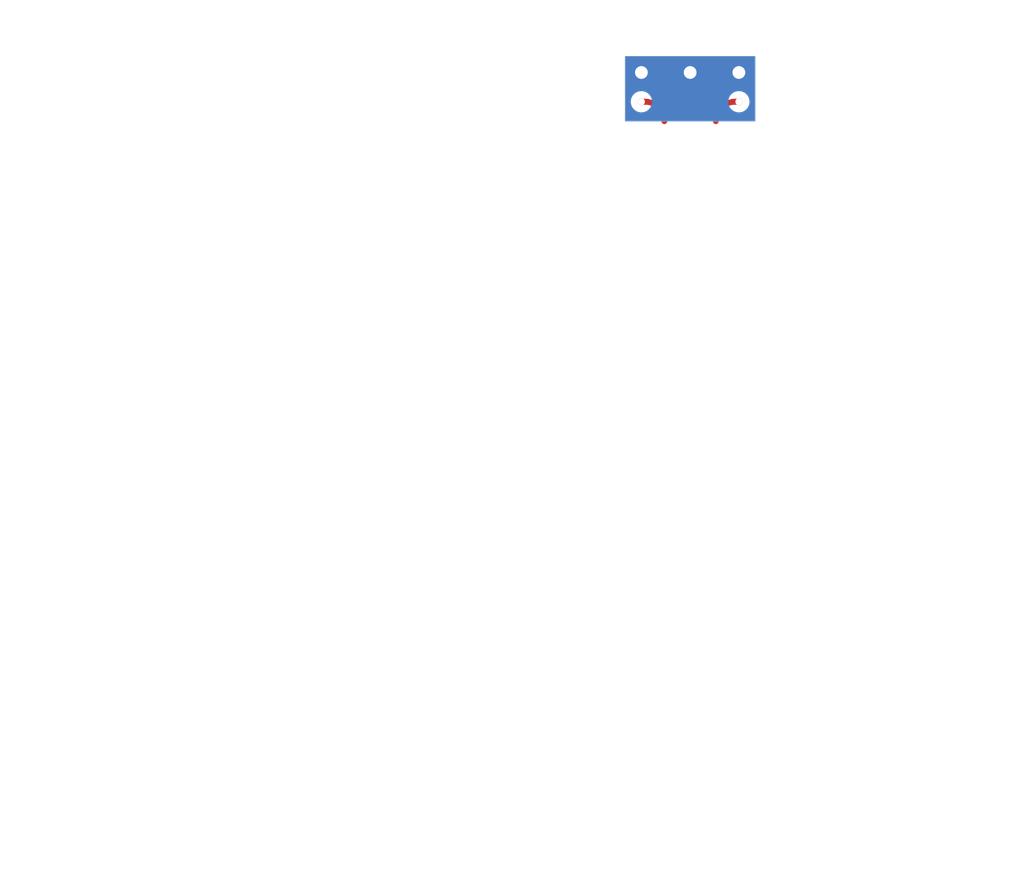
<source format=kicad_pcb>
(kicad_pcb (version 20211014) (generator pcbnew)
  (layers (0 "F.Cu" signal) (31 "B.Cu" signal) (34 "B.Paste" user) (35 "F.Paste" user) (36 "B.SilkS" user "B.Silkscreen") (37 "F.SilkS" user "F.Silkscreen") (38 "B.Mask" user) (39 "F.Mask" user) (44 "Edge.Cuts" user))
  (net 0 "")
  (net 1 "Net-(J1-Pad2)")
  (footprint "sma_custom:panel_mount_sma" (layer "F.Cu") (at 9.525 -3.81 180)
    (fp_text reference "J2")
    (fp_text value "Conn_Coaxial")
    (pad "" np_thru_hole custom locked (at 0 0 180) (size 1.3716 1.3716) (drill 1.3716) (layers "F.Cu" "F.Mask") (options (clearance outline) (anchor circle)) (primitives (gr_line (start 0 0) (end 1.27 0) (width 1.1303))))
    (pad "2" smd custom locked (at 0 2.286 180) (size 0.254 0.254) (layers "B.Cu" "B.Mask") (net 1 "Net-(J1-Pad2)") (options (clearance outline) (anchor circle)) (primitives (gr_circle (center 0 -2.286) (end 2.3241 -2.286) (width 0.508))))
  )
  (footprint "sma_custom:panel_mount_sma" (layer "F.Cu") (at -9.525 -3.81)
    (fp_text reference "J1")
    (fp_text value "Conn_Coaxial")
    (pad "" np_thru_hole custom locked (at 0 0) (size 1.3716 1.3716) (drill 1.3716) (layers "F.Cu" "F.Mask") (options (clearance outline) (anchor circle)) (primitives (gr_line (start 0 0) (end 1.27 0) (width 1.1303))))
    (pad "2" smd custom locked (at 0 2.286) (size 0.254 0.254) (layers "B.Cu" "B.Mask") (net 1 "Net-(J1-Pad2)") (options (clearance outline) (anchor circle)) (primitives (gr_circle (center 0 -2.286) (end 2.3241 -2.286) (width 0.508))))
  )
  (footprint "MountingHole:MountingHole_2.5mm" (layer "F.Cu") (at -9.525 -9.525)
    (fp_text reference "REF**")
    (fp_text value "MountingHole_2.5mm")
    (pad "" np_thru_hole circle locked (at 0 0) (size 2.5 2.5) (drill 2.5) (layers *.Cu *.Mask))
  )
  (footprint "MountingHole:MountingHole_2.5mm" (layer "F.Cu") (at 0 -9.525)
    (fp_text reference "REF**")
    (fp_text value "MountingHole_2.5mm")
    (pad "" np_thru_hole circle locked (at 0 0) (size 2.5 2.5) (drill 2.5) (layers *.Cu *.Mask))
  )
  (footprint "MountingHole:MountingHole_2.5mm" (layer "F.Cu") (at 9.525 -9.525)
    (fp_text reference "REF**")
    (fp_text value "MountingHole_2.5mm")
    (pad "" np_thru_hole circle locked (at 0 0) (size 2.5 2.5) (drill 2.5) (layers *.Cu *.Mask))
  )
  (gr_arc (start -8.8392 -3.81) (mid -6.145123 -2.694077) (end -5.0292 0) (layer "F.Cu") (width 1.1303))
  (gr_line (start -8.8392 -3.81) (end -9.525 -3.81) (layer "F.Cu") (width 1.1303))
  (gr_line (start 9.5123 -3.81) (end 8.8265 -3.81) (layer "F.Cu") (width 1.1303))
  (gr_arc (start 5.0165 0) (mid 6.132423 -2.694077) (end 8.8265 -3.81) (layer "F.Cu") (width 1.1303))
  (gr_poly (pts (xy -11.938 -4.318) (xy -11.938 -3.048) (xy -10.414 -1.524) (xy -8.636 -1.524) (xy -7.366 -2.794) (xy -7.366 -5.08) (xy -8.636 -6.096) (xy -6.35 -6.096) (xy -6.35 0) (xy -12.7 0) (xy -12.7 -6.096) (xy -10.414 -6.096)) (layer "B.Cu") (width 0.1) (fill solid))
  (gr_poly (pts (xy 7.112 -4.318) (xy 7.112 -3.048) (xy 8.636 -1.524) (xy 10.414 -1.524) (xy 11.684 -2.794) (xy 11.684 -5.08) (xy 10.414 -6.096) (xy 12.7 -6.096) (xy 12.7 0) (xy 5.842 0) (xy 5.842 -6.096) (xy 8.636 -6.096)) (layer "B.Cu") (width 0.1) (fill solid))
  (gr_poly (pts (xy 12.7 -6.096) (xy 5.842 -6.096) (xy 5.842 0) (xy -6.35 0) (xy -6.35 -6.096) (xy -12.7 -6.096) (xy -12.7 -12.7) (xy 12.7 -12.7)) (layer "B.Cu") (width 0.1) (fill solid))
  (gr_line (start -12.7 -12.7) (end -12.7 0) (layer "Edge.Cuts") (width 0.05))
  (gr_line (start 12.7 -12.7) (end -12.7 -12.7) (layer "Edge.Cuts") (width 0.05))
  (gr_line (start 12.7 0) (end 12.7 -12.7) (layer "Edge.Cuts") (width 0.05))
  (gr_line (start -12.7 0) (end 12.7 0) (layer "Edge.Cuts") (width 0.05))
)
</source>
